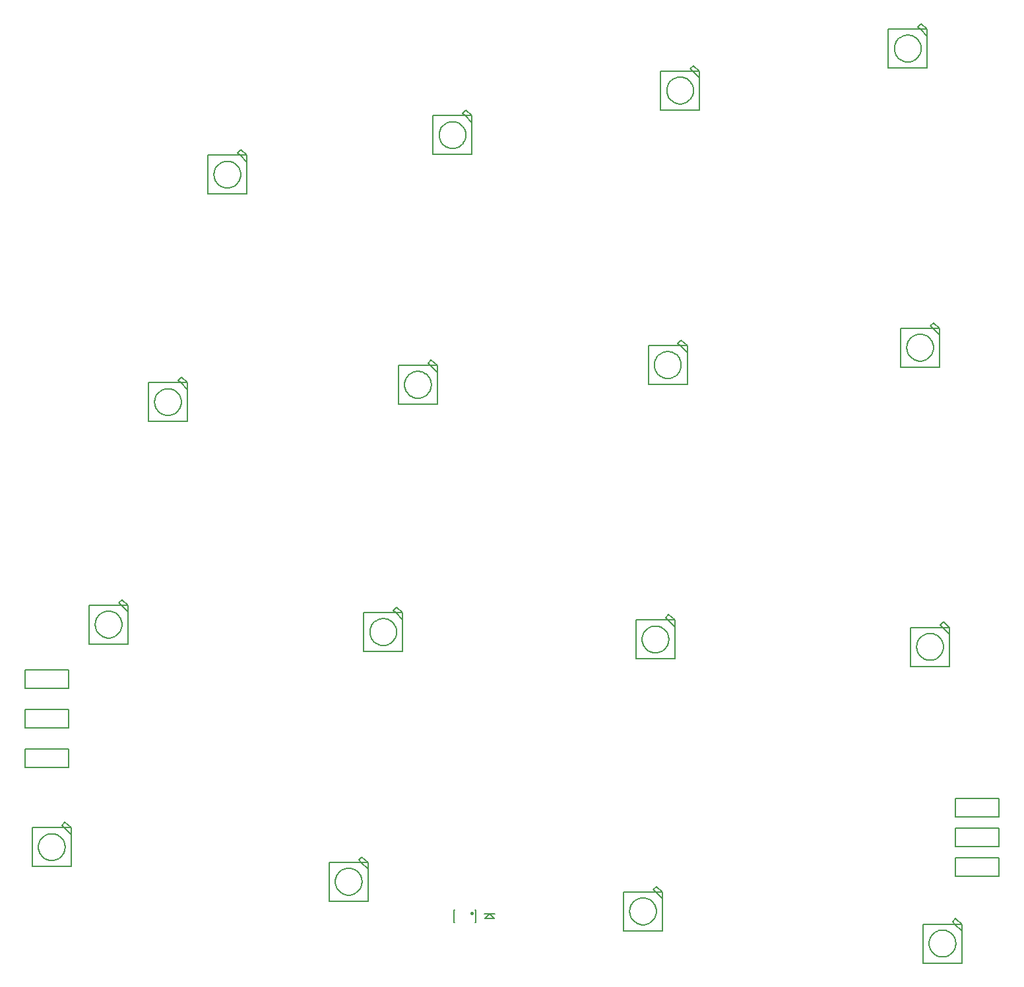
<source format=gbo>
G75*
G70*
%OFA0B0*%
%FSLAX24Y24*%
%IPPOS*%
%LPD*%
%AMOC8*
5,1,8,0,0,1.08239X$1,22.5*
%
%ADD10C,0.0050*%
%ADD11C,0.0060*%
%ADD12C,0.0080*%
%ADD13C,0.0120*%
D10*
X007416Y011666D02*
X007416Y013634D01*
X009030Y013634D01*
X008912Y013752D01*
X009069Y013910D01*
X009384Y013634D01*
X009030Y013634D01*
X009384Y013280D01*
X009384Y013634D01*
X009384Y013280D02*
X009384Y011666D01*
X007416Y011666D01*
X007723Y012650D02*
X007725Y012702D01*
X007731Y012753D01*
X007741Y012804D01*
X007755Y012854D01*
X007772Y012903D01*
X007793Y012950D01*
X007818Y012996D01*
X007846Y013039D01*
X007878Y013081D01*
X007912Y013119D01*
X007950Y013155D01*
X007990Y013188D01*
X008032Y013218D01*
X008077Y013245D01*
X008123Y013268D01*
X008171Y013287D01*
X008221Y013303D01*
X008271Y013315D01*
X008322Y013323D01*
X008374Y013327D01*
X008426Y013327D01*
X008478Y013323D01*
X008529Y013315D01*
X008579Y013303D01*
X008629Y013287D01*
X008677Y013268D01*
X008723Y013245D01*
X008768Y013218D01*
X008810Y013188D01*
X008850Y013155D01*
X008888Y013119D01*
X008922Y013081D01*
X008954Y013039D01*
X008982Y012996D01*
X009007Y012950D01*
X009028Y012903D01*
X009045Y012854D01*
X009059Y012804D01*
X009069Y012753D01*
X009075Y012702D01*
X009077Y012650D01*
X009075Y012598D01*
X009069Y012547D01*
X009059Y012496D01*
X009045Y012446D01*
X009028Y012397D01*
X009007Y012350D01*
X008982Y012304D01*
X008954Y012261D01*
X008922Y012219D01*
X008888Y012181D01*
X008850Y012145D01*
X008810Y012112D01*
X008768Y012082D01*
X008723Y012055D01*
X008677Y012032D01*
X008629Y012013D01*
X008579Y011997D01*
X008529Y011985D01*
X008478Y011977D01*
X008426Y011973D01*
X008374Y011973D01*
X008322Y011977D01*
X008271Y011985D01*
X008221Y011997D01*
X008171Y012013D01*
X008123Y012032D01*
X008077Y012055D01*
X008032Y012082D01*
X007990Y012112D01*
X007950Y012145D01*
X007912Y012181D01*
X007878Y012219D01*
X007846Y012261D01*
X007818Y012304D01*
X007793Y012350D01*
X007772Y012397D01*
X007755Y012446D01*
X007741Y012496D01*
X007731Y012547D01*
X007725Y012598D01*
X007723Y012650D01*
X010291Y022916D02*
X010291Y024884D01*
X011905Y024884D01*
X011787Y025002D01*
X011944Y025160D01*
X012259Y024884D01*
X011905Y024884D01*
X012259Y024530D01*
X012259Y024884D01*
X012259Y024530D02*
X012259Y022916D01*
X010291Y022916D01*
X010598Y023900D02*
X010600Y023952D01*
X010606Y024003D01*
X010616Y024054D01*
X010630Y024104D01*
X010647Y024153D01*
X010668Y024200D01*
X010693Y024246D01*
X010721Y024289D01*
X010753Y024331D01*
X010787Y024369D01*
X010825Y024405D01*
X010865Y024438D01*
X010907Y024468D01*
X010952Y024495D01*
X010998Y024518D01*
X011046Y024537D01*
X011096Y024553D01*
X011146Y024565D01*
X011197Y024573D01*
X011249Y024577D01*
X011301Y024577D01*
X011353Y024573D01*
X011404Y024565D01*
X011454Y024553D01*
X011504Y024537D01*
X011552Y024518D01*
X011598Y024495D01*
X011643Y024468D01*
X011685Y024438D01*
X011725Y024405D01*
X011763Y024369D01*
X011797Y024331D01*
X011829Y024289D01*
X011857Y024246D01*
X011882Y024200D01*
X011903Y024153D01*
X011920Y024104D01*
X011934Y024054D01*
X011944Y024003D01*
X011950Y023952D01*
X011952Y023900D01*
X011950Y023848D01*
X011944Y023797D01*
X011934Y023746D01*
X011920Y023696D01*
X011903Y023647D01*
X011882Y023600D01*
X011857Y023554D01*
X011829Y023511D01*
X011797Y023469D01*
X011763Y023431D01*
X011725Y023395D01*
X011685Y023362D01*
X011643Y023332D01*
X011598Y023305D01*
X011552Y023282D01*
X011504Y023263D01*
X011454Y023247D01*
X011404Y023235D01*
X011353Y023227D01*
X011301Y023223D01*
X011249Y023223D01*
X011197Y023227D01*
X011146Y023235D01*
X011096Y023247D01*
X011046Y023263D01*
X010998Y023282D01*
X010952Y023305D01*
X010907Y023332D01*
X010865Y023362D01*
X010825Y023395D01*
X010787Y023431D01*
X010753Y023469D01*
X010721Y023511D01*
X010693Y023554D01*
X010668Y023600D01*
X010647Y023647D01*
X010630Y023696D01*
X010616Y023746D01*
X010606Y023797D01*
X010600Y023848D01*
X010598Y023900D01*
X013291Y034166D02*
X013291Y036134D01*
X014905Y036134D01*
X014787Y036252D01*
X014944Y036410D01*
X015259Y036134D01*
X014905Y036134D01*
X015259Y035780D01*
X015259Y036134D01*
X015259Y035780D02*
X015259Y034166D01*
X013291Y034166D01*
X013598Y035150D02*
X013600Y035202D01*
X013606Y035253D01*
X013616Y035304D01*
X013630Y035354D01*
X013647Y035403D01*
X013668Y035450D01*
X013693Y035496D01*
X013721Y035539D01*
X013753Y035581D01*
X013787Y035619D01*
X013825Y035655D01*
X013865Y035688D01*
X013907Y035718D01*
X013952Y035745D01*
X013998Y035768D01*
X014046Y035787D01*
X014096Y035803D01*
X014146Y035815D01*
X014197Y035823D01*
X014249Y035827D01*
X014301Y035827D01*
X014353Y035823D01*
X014404Y035815D01*
X014454Y035803D01*
X014504Y035787D01*
X014552Y035768D01*
X014598Y035745D01*
X014643Y035718D01*
X014685Y035688D01*
X014725Y035655D01*
X014763Y035619D01*
X014797Y035581D01*
X014829Y035539D01*
X014857Y035496D01*
X014882Y035450D01*
X014903Y035403D01*
X014920Y035354D01*
X014934Y035304D01*
X014944Y035253D01*
X014950Y035202D01*
X014952Y035150D01*
X014950Y035098D01*
X014944Y035047D01*
X014934Y034996D01*
X014920Y034946D01*
X014903Y034897D01*
X014882Y034850D01*
X014857Y034804D01*
X014829Y034761D01*
X014797Y034719D01*
X014763Y034681D01*
X014725Y034645D01*
X014685Y034612D01*
X014643Y034582D01*
X014598Y034555D01*
X014552Y034532D01*
X014504Y034513D01*
X014454Y034497D01*
X014404Y034485D01*
X014353Y034477D01*
X014301Y034473D01*
X014249Y034473D01*
X014197Y034477D01*
X014146Y034485D01*
X014096Y034497D01*
X014046Y034513D01*
X013998Y034532D01*
X013952Y034555D01*
X013907Y034582D01*
X013865Y034612D01*
X013825Y034645D01*
X013787Y034681D01*
X013753Y034719D01*
X013721Y034761D01*
X013693Y034804D01*
X013668Y034850D01*
X013647Y034897D01*
X013630Y034946D01*
X013616Y034996D01*
X013606Y035047D01*
X013600Y035098D01*
X013598Y035150D01*
X016291Y045666D02*
X016291Y047634D01*
X017905Y047634D01*
X017787Y047752D01*
X017944Y047910D01*
X018259Y047634D01*
X017905Y047634D01*
X018259Y047280D01*
X018259Y047634D01*
X018259Y047280D02*
X018259Y045666D01*
X016291Y045666D01*
X016598Y046650D02*
X016600Y046702D01*
X016606Y046753D01*
X016616Y046804D01*
X016630Y046854D01*
X016647Y046903D01*
X016668Y046950D01*
X016693Y046996D01*
X016721Y047039D01*
X016753Y047081D01*
X016787Y047119D01*
X016825Y047155D01*
X016865Y047188D01*
X016907Y047218D01*
X016952Y047245D01*
X016998Y047268D01*
X017046Y047287D01*
X017096Y047303D01*
X017146Y047315D01*
X017197Y047323D01*
X017249Y047327D01*
X017301Y047327D01*
X017353Y047323D01*
X017404Y047315D01*
X017454Y047303D01*
X017504Y047287D01*
X017552Y047268D01*
X017598Y047245D01*
X017643Y047218D01*
X017685Y047188D01*
X017725Y047155D01*
X017763Y047119D01*
X017797Y047081D01*
X017829Y047039D01*
X017857Y046996D01*
X017882Y046950D01*
X017903Y046903D01*
X017920Y046854D01*
X017934Y046804D01*
X017944Y046753D01*
X017950Y046702D01*
X017952Y046650D01*
X017950Y046598D01*
X017944Y046547D01*
X017934Y046496D01*
X017920Y046446D01*
X017903Y046397D01*
X017882Y046350D01*
X017857Y046304D01*
X017829Y046261D01*
X017797Y046219D01*
X017763Y046181D01*
X017725Y046145D01*
X017685Y046112D01*
X017643Y046082D01*
X017598Y046055D01*
X017552Y046032D01*
X017504Y046013D01*
X017454Y045997D01*
X017404Y045985D01*
X017353Y045977D01*
X017301Y045973D01*
X017249Y045973D01*
X017197Y045977D01*
X017146Y045985D01*
X017096Y045997D01*
X017046Y046013D01*
X016998Y046032D01*
X016952Y046055D01*
X016907Y046082D01*
X016865Y046112D01*
X016825Y046145D01*
X016787Y046181D01*
X016753Y046219D01*
X016721Y046261D01*
X016693Y046304D01*
X016668Y046350D01*
X016647Y046397D01*
X016630Y046446D01*
X016616Y046496D01*
X016606Y046547D01*
X016600Y046598D01*
X016598Y046650D01*
X025916Y037009D02*
X025916Y035041D01*
X027884Y035041D01*
X027884Y036655D01*
X027530Y037009D01*
X027412Y037127D01*
X027569Y037285D01*
X027884Y037009D01*
X027530Y037009D01*
X025916Y037009D01*
X026223Y036025D02*
X026225Y036077D01*
X026231Y036128D01*
X026241Y036179D01*
X026255Y036229D01*
X026272Y036278D01*
X026293Y036325D01*
X026318Y036371D01*
X026346Y036414D01*
X026378Y036456D01*
X026412Y036494D01*
X026450Y036530D01*
X026490Y036563D01*
X026532Y036593D01*
X026577Y036620D01*
X026623Y036643D01*
X026671Y036662D01*
X026721Y036678D01*
X026771Y036690D01*
X026822Y036698D01*
X026874Y036702D01*
X026926Y036702D01*
X026978Y036698D01*
X027029Y036690D01*
X027079Y036678D01*
X027129Y036662D01*
X027177Y036643D01*
X027223Y036620D01*
X027268Y036593D01*
X027310Y036563D01*
X027350Y036530D01*
X027388Y036494D01*
X027422Y036456D01*
X027454Y036414D01*
X027482Y036371D01*
X027507Y036325D01*
X027528Y036278D01*
X027545Y036229D01*
X027559Y036179D01*
X027569Y036128D01*
X027575Y036077D01*
X027577Y036025D01*
X027575Y035973D01*
X027569Y035922D01*
X027559Y035871D01*
X027545Y035821D01*
X027528Y035772D01*
X027507Y035725D01*
X027482Y035679D01*
X027454Y035636D01*
X027422Y035594D01*
X027388Y035556D01*
X027350Y035520D01*
X027310Y035487D01*
X027268Y035457D01*
X027223Y035430D01*
X027177Y035407D01*
X027129Y035388D01*
X027079Y035372D01*
X027029Y035360D01*
X026978Y035352D01*
X026926Y035348D01*
X026874Y035348D01*
X026822Y035352D01*
X026771Y035360D01*
X026721Y035372D01*
X026671Y035388D01*
X026623Y035407D01*
X026577Y035430D01*
X026532Y035457D01*
X026490Y035487D01*
X026450Y035520D01*
X026412Y035556D01*
X026378Y035594D01*
X026346Y035636D01*
X026318Y035679D01*
X026293Y035725D01*
X026272Y035772D01*
X026255Y035821D01*
X026241Y035871D01*
X026231Y035922D01*
X026225Y035973D01*
X026223Y036025D01*
X027884Y036655D02*
X027884Y037009D01*
X038541Y036041D02*
X038541Y038009D01*
X040155Y038009D01*
X040037Y038127D01*
X040194Y038285D01*
X040509Y038009D01*
X040155Y038009D01*
X040509Y037655D01*
X040509Y038009D01*
X040509Y037655D02*
X040509Y036041D01*
X038541Y036041D01*
X038848Y037025D02*
X038850Y037077D01*
X038856Y037128D01*
X038866Y037179D01*
X038880Y037229D01*
X038897Y037278D01*
X038918Y037325D01*
X038943Y037371D01*
X038971Y037414D01*
X039003Y037456D01*
X039037Y037494D01*
X039075Y037530D01*
X039115Y037563D01*
X039157Y037593D01*
X039202Y037620D01*
X039248Y037643D01*
X039296Y037662D01*
X039346Y037678D01*
X039396Y037690D01*
X039447Y037698D01*
X039499Y037702D01*
X039551Y037702D01*
X039603Y037698D01*
X039654Y037690D01*
X039704Y037678D01*
X039754Y037662D01*
X039802Y037643D01*
X039848Y037620D01*
X039893Y037593D01*
X039935Y037563D01*
X039975Y037530D01*
X040013Y037494D01*
X040047Y037456D01*
X040079Y037414D01*
X040107Y037371D01*
X040132Y037325D01*
X040153Y037278D01*
X040170Y037229D01*
X040184Y037179D01*
X040194Y037128D01*
X040200Y037077D01*
X040202Y037025D01*
X040200Y036973D01*
X040194Y036922D01*
X040184Y036871D01*
X040170Y036821D01*
X040153Y036772D01*
X040132Y036725D01*
X040107Y036679D01*
X040079Y036636D01*
X040047Y036594D01*
X040013Y036556D01*
X039975Y036520D01*
X039935Y036487D01*
X039893Y036457D01*
X039848Y036430D01*
X039802Y036407D01*
X039754Y036388D01*
X039704Y036372D01*
X039654Y036360D01*
X039603Y036352D01*
X039551Y036348D01*
X039499Y036348D01*
X039447Y036352D01*
X039396Y036360D01*
X039346Y036372D01*
X039296Y036388D01*
X039248Y036407D01*
X039202Y036430D01*
X039157Y036457D01*
X039115Y036487D01*
X039075Y036520D01*
X039037Y036556D01*
X039003Y036594D01*
X038971Y036636D01*
X038943Y036679D01*
X038918Y036725D01*
X038897Y036772D01*
X038880Y036821D01*
X038866Y036871D01*
X038856Y036922D01*
X038850Y036973D01*
X038848Y037025D01*
X029634Y047666D02*
X027666Y047666D01*
X027666Y049634D01*
X029280Y049634D01*
X029162Y049752D01*
X029319Y049910D01*
X029634Y049634D01*
X029280Y049634D01*
X029634Y049280D01*
X029634Y049634D01*
X029634Y049280D02*
X029634Y047666D01*
X027973Y048650D02*
X027975Y048702D01*
X027981Y048753D01*
X027991Y048804D01*
X028005Y048854D01*
X028022Y048903D01*
X028043Y048950D01*
X028068Y048996D01*
X028096Y049039D01*
X028128Y049081D01*
X028162Y049119D01*
X028200Y049155D01*
X028240Y049188D01*
X028282Y049218D01*
X028327Y049245D01*
X028373Y049268D01*
X028421Y049287D01*
X028471Y049303D01*
X028521Y049315D01*
X028572Y049323D01*
X028624Y049327D01*
X028676Y049327D01*
X028728Y049323D01*
X028779Y049315D01*
X028829Y049303D01*
X028879Y049287D01*
X028927Y049268D01*
X028973Y049245D01*
X029018Y049218D01*
X029060Y049188D01*
X029100Y049155D01*
X029138Y049119D01*
X029172Y049081D01*
X029204Y049039D01*
X029232Y048996D01*
X029257Y048950D01*
X029278Y048903D01*
X029295Y048854D01*
X029309Y048804D01*
X029319Y048753D01*
X029325Y048702D01*
X029327Y048650D01*
X029325Y048598D01*
X029319Y048547D01*
X029309Y048496D01*
X029295Y048446D01*
X029278Y048397D01*
X029257Y048350D01*
X029232Y048304D01*
X029204Y048261D01*
X029172Y048219D01*
X029138Y048181D01*
X029100Y048145D01*
X029060Y048112D01*
X029018Y048082D01*
X028973Y048055D01*
X028927Y048032D01*
X028879Y048013D01*
X028829Y047997D01*
X028779Y047985D01*
X028728Y047977D01*
X028676Y047973D01*
X028624Y047973D01*
X028572Y047977D01*
X028521Y047985D01*
X028471Y047997D01*
X028421Y048013D01*
X028373Y048032D01*
X028327Y048055D01*
X028282Y048082D01*
X028240Y048112D01*
X028200Y048145D01*
X028162Y048181D01*
X028128Y048219D01*
X028096Y048261D01*
X028068Y048304D01*
X028043Y048350D01*
X028022Y048397D01*
X028005Y048446D01*
X027991Y048496D01*
X027981Y048547D01*
X027975Y048598D01*
X027973Y048650D01*
X039166Y049916D02*
X039166Y051884D01*
X040780Y051884D01*
X040662Y052002D01*
X040819Y052160D01*
X041134Y051884D01*
X040780Y051884D01*
X041134Y051530D01*
X041134Y051884D01*
X041134Y051530D02*
X041134Y049916D01*
X039166Y049916D01*
X039473Y050900D02*
X039475Y050952D01*
X039481Y051003D01*
X039491Y051054D01*
X039505Y051104D01*
X039522Y051153D01*
X039543Y051200D01*
X039568Y051246D01*
X039596Y051289D01*
X039628Y051331D01*
X039662Y051369D01*
X039700Y051405D01*
X039740Y051438D01*
X039782Y051468D01*
X039827Y051495D01*
X039873Y051518D01*
X039921Y051537D01*
X039971Y051553D01*
X040021Y051565D01*
X040072Y051573D01*
X040124Y051577D01*
X040176Y051577D01*
X040228Y051573D01*
X040279Y051565D01*
X040329Y051553D01*
X040379Y051537D01*
X040427Y051518D01*
X040473Y051495D01*
X040518Y051468D01*
X040560Y051438D01*
X040600Y051405D01*
X040638Y051369D01*
X040672Y051331D01*
X040704Y051289D01*
X040732Y051246D01*
X040757Y051200D01*
X040778Y051153D01*
X040795Y051104D01*
X040809Y051054D01*
X040819Y051003D01*
X040825Y050952D01*
X040827Y050900D01*
X040825Y050848D01*
X040819Y050797D01*
X040809Y050746D01*
X040795Y050696D01*
X040778Y050647D01*
X040757Y050600D01*
X040732Y050554D01*
X040704Y050511D01*
X040672Y050469D01*
X040638Y050431D01*
X040600Y050395D01*
X040560Y050362D01*
X040518Y050332D01*
X040473Y050305D01*
X040427Y050282D01*
X040379Y050263D01*
X040329Y050247D01*
X040279Y050235D01*
X040228Y050227D01*
X040176Y050223D01*
X040124Y050223D01*
X040072Y050227D01*
X040021Y050235D01*
X039971Y050247D01*
X039921Y050263D01*
X039873Y050282D01*
X039827Y050305D01*
X039782Y050332D01*
X039740Y050362D01*
X039700Y050395D01*
X039662Y050431D01*
X039628Y050469D01*
X039596Y050511D01*
X039568Y050554D01*
X039543Y050600D01*
X039522Y050647D01*
X039505Y050696D01*
X039491Y050746D01*
X039481Y050797D01*
X039475Y050848D01*
X039473Y050900D01*
X050666Y052041D02*
X050666Y054009D01*
X052280Y054009D01*
X052162Y054127D01*
X052319Y054285D01*
X052634Y054009D01*
X052280Y054009D01*
X052634Y053655D01*
X052634Y054009D01*
X052634Y053655D02*
X052634Y052041D01*
X050666Y052041D01*
X050973Y053025D02*
X050975Y053077D01*
X050981Y053128D01*
X050991Y053179D01*
X051005Y053229D01*
X051022Y053278D01*
X051043Y053325D01*
X051068Y053371D01*
X051096Y053414D01*
X051128Y053456D01*
X051162Y053494D01*
X051200Y053530D01*
X051240Y053563D01*
X051282Y053593D01*
X051327Y053620D01*
X051373Y053643D01*
X051421Y053662D01*
X051471Y053678D01*
X051521Y053690D01*
X051572Y053698D01*
X051624Y053702D01*
X051676Y053702D01*
X051728Y053698D01*
X051779Y053690D01*
X051829Y053678D01*
X051879Y053662D01*
X051927Y053643D01*
X051973Y053620D01*
X052018Y053593D01*
X052060Y053563D01*
X052100Y053530D01*
X052138Y053494D01*
X052172Y053456D01*
X052204Y053414D01*
X052232Y053371D01*
X052257Y053325D01*
X052278Y053278D01*
X052295Y053229D01*
X052309Y053179D01*
X052319Y053128D01*
X052325Y053077D01*
X052327Y053025D01*
X052325Y052973D01*
X052319Y052922D01*
X052309Y052871D01*
X052295Y052821D01*
X052278Y052772D01*
X052257Y052725D01*
X052232Y052679D01*
X052204Y052636D01*
X052172Y052594D01*
X052138Y052556D01*
X052100Y052520D01*
X052060Y052487D01*
X052018Y052457D01*
X051973Y052430D01*
X051927Y052407D01*
X051879Y052388D01*
X051829Y052372D01*
X051779Y052360D01*
X051728Y052352D01*
X051676Y052348D01*
X051624Y052348D01*
X051572Y052352D01*
X051521Y052360D01*
X051471Y052372D01*
X051421Y052388D01*
X051373Y052407D01*
X051327Y052430D01*
X051282Y052457D01*
X051240Y052487D01*
X051200Y052520D01*
X051162Y052556D01*
X051128Y052594D01*
X051096Y052636D01*
X051068Y052679D01*
X051043Y052725D01*
X051022Y052772D01*
X051005Y052821D01*
X050991Y052871D01*
X050981Y052922D01*
X050975Y052973D01*
X050973Y053025D01*
X052944Y039160D02*
X053259Y038884D01*
X052905Y038884D01*
X052787Y039002D01*
X052944Y039160D01*
X052905Y038884D02*
X053259Y038530D01*
X053259Y038884D01*
X053259Y038530D02*
X053259Y036916D01*
X051291Y036916D01*
X051291Y038884D01*
X052905Y038884D01*
X051598Y037900D02*
X051600Y037952D01*
X051606Y038003D01*
X051616Y038054D01*
X051630Y038104D01*
X051647Y038153D01*
X051668Y038200D01*
X051693Y038246D01*
X051721Y038289D01*
X051753Y038331D01*
X051787Y038369D01*
X051825Y038405D01*
X051865Y038438D01*
X051907Y038468D01*
X051952Y038495D01*
X051998Y038518D01*
X052046Y038537D01*
X052096Y038553D01*
X052146Y038565D01*
X052197Y038573D01*
X052249Y038577D01*
X052301Y038577D01*
X052353Y038573D01*
X052404Y038565D01*
X052454Y038553D01*
X052504Y038537D01*
X052552Y038518D01*
X052598Y038495D01*
X052643Y038468D01*
X052685Y038438D01*
X052725Y038405D01*
X052763Y038369D01*
X052797Y038331D01*
X052829Y038289D01*
X052857Y038246D01*
X052882Y038200D01*
X052903Y038153D01*
X052920Y038104D01*
X052934Y038054D01*
X052944Y038003D01*
X052950Y037952D01*
X052952Y037900D01*
X052950Y037848D01*
X052944Y037797D01*
X052934Y037746D01*
X052920Y037696D01*
X052903Y037647D01*
X052882Y037600D01*
X052857Y037554D01*
X052829Y037511D01*
X052797Y037469D01*
X052763Y037431D01*
X052725Y037395D01*
X052685Y037362D01*
X052643Y037332D01*
X052598Y037305D01*
X052552Y037282D01*
X052504Y037263D01*
X052454Y037247D01*
X052404Y037235D01*
X052353Y037227D01*
X052301Y037223D01*
X052249Y037223D01*
X052197Y037227D01*
X052146Y037235D01*
X052096Y037247D01*
X052046Y037263D01*
X051998Y037282D01*
X051952Y037305D01*
X051907Y037332D01*
X051865Y037362D01*
X051825Y037395D01*
X051787Y037431D01*
X051753Y037469D01*
X051721Y037511D01*
X051693Y037554D01*
X051668Y037600D01*
X051647Y037647D01*
X051630Y037696D01*
X051616Y037746D01*
X051606Y037797D01*
X051600Y037848D01*
X051598Y037900D01*
X039569Y024410D02*
X039884Y024134D01*
X039530Y024134D01*
X039412Y024252D01*
X039569Y024410D01*
X039530Y024134D02*
X039884Y023780D01*
X039884Y024134D01*
X039884Y023780D02*
X039884Y022166D01*
X037916Y022166D01*
X037916Y024134D01*
X039530Y024134D01*
X038223Y023150D02*
X038225Y023202D01*
X038231Y023253D01*
X038241Y023304D01*
X038255Y023354D01*
X038272Y023403D01*
X038293Y023450D01*
X038318Y023496D01*
X038346Y023539D01*
X038378Y023581D01*
X038412Y023619D01*
X038450Y023655D01*
X038490Y023688D01*
X038532Y023718D01*
X038577Y023745D01*
X038623Y023768D01*
X038671Y023787D01*
X038721Y023803D01*
X038771Y023815D01*
X038822Y023823D01*
X038874Y023827D01*
X038926Y023827D01*
X038978Y023823D01*
X039029Y023815D01*
X039079Y023803D01*
X039129Y023787D01*
X039177Y023768D01*
X039223Y023745D01*
X039268Y023718D01*
X039310Y023688D01*
X039350Y023655D01*
X039388Y023619D01*
X039422Y023581D01*
X039454Y023539D01*
X039482Y023496D01*
X039507Y023450D01*
X039528Y023403D01*
X039545Y023354D01*
X039559Y023304D01*
X039569Y023253D01*
X039575Y023202D01*
X039577Y023150D01*
X039575Y023098D01*
X039569Y023047D01*
X039559Y022996D01*
X039545Y022946D01*
X039528Y022897D01*
X039507Y022850D01*
X039482Y022804D01*
X039454Y022761D01*
X039422Y022719D01*
X039388Y022681D01*
X039350Y022645D01*
X039310Y022612D01*
X039268Y022582D01*
X039223Y022555D01*
X039177Y022532D01*
X039129Y022513D01*
X039079Y022497D01*
X039029Y022485D01*
X038978Y022477D01*
X038926Y022473D01*
X038874Y022473D01*
X038822Y022477D01*
X038771Y022485D01*
X038721Y022497D01*
X038671Y022513D01*
X038623Y022532D01*
X038577Y022555D01*
X038532Y022582D01*
X038490Y022612D01*
X038450Y022645D01*
X038412Y022681D01*
X038378Y022719D01*
X038346Y022761D01*
X038318Y022804D01*
X038293Y022850D01*
X038272Y022897D01*
X038255Y022946D01*
X038241Y022996D01*
X038231Y023047D01*
X038225Y023098D01*
X038223Y023150D01*
X026134Y022541D02*
X026134Y024155D01*
X025780Y024509D01*
X025662Y024627D01*
X025819Y024785D01*
X026134Y024509D01*
X025780Y024509D01*
X024166Y024509D01*
X024166Y022541D01*
X026134Y022541D01*
X024473Y023525D02*
X024475Y023577D01*
X024481Y023628D01*
X024491Y023679D01*
X024505Y023729D01*
X024522Y023778D01*
X024543Y023825D01*
X024568Y023871D01*
X024596Y023914D01*
X024628Y023956D01*
X024662Y023994D01*
X024700Y024030D01*
X024740Y024063D01*
X024782Y024093D01*
X024827Y024120D01*
X024873Y024143D01*
X024921Y024162D01*
X024971Y024178D01*
X025021Y024190D01*
X025072Y024198D01*
X025124Y024202D01*
X025176Y024202D01*
X025228Y024198D01*
X025279Y024190D01*
X025329Y024178D01*
X025379Y024162D01*
X025427Y024143D01*
X025473Y024120D01*
X025518Y024093D01*
X025560Y024063D01*
X025600Y024030D01*
X025638Y023994D01*
X025672Y023956D01*
X025704Y023914D01*
X025732Y023871D01*
X025757Y023825D01*
X025778Y023778D01*
X025795Y023729D01*
X025809Y023679D01*
X025819Y023628D01*
X025825Y023577D01*
X025827Y023525D01*
X025825Y023473D01*
X025819Y023422D01*
X025809Y023371D01*
X025795Y023321D01*
X025778Y023272D01*
X025757Y023225D01*
X025732Y023179D01*
X025704Y023136D01*
X025672Y023094D01*
X025638Y023056D01*
X025600Y023020D01*
X025560Y022987D01*
X025518Y022957D01*
X025473Y022930D01*
X025427Y022907D01*
X025379Y022888D01*
X025329Y022872D01*
X025279Y022860D01*
X025228Y022852D01*
X025176Y022848D01*
X025124Y022848D01*
X025072Y022852D01*
X025021Y022860D01*
X024971Y022872D01*
X024921Y022888D01*
X024873Y022907D01*
X024827Y022930D01*
X024782Y022957D01*
X024740Y022987D01*
X024700Y023020D01*
X024662Y023056D01*
X024628Y023094D01*
X024596Y023136D01*
X024568Y023179D01*
X024543Y023225D01*
X024522Y023272D01*
X024505Y023321D01*
X024491Y023371D01*
X024481Y023422D01*
X024475Y023473D01*
X024473Y023525D01*
X026134Y024155D02*
X026134Y024509D01*
X024069Y012160D02*
X024384Y011884D01*
X024030Y011884D01*
X023912Y012002D01*
X024069Y012160D01*
X024030Y011884D02*
X024384Y011530D01*
X024384Y011884D01*
X024384Y011530D02*
X024384Y009916D01*
X022416Y009916D01*
X022416Y011884D01*
X024030Y011884D01*
X022723Y010900D02*
X022725Y010952D01*
X022731Y011003D01*
X022741Y011054D01*
X022755Y011104D01*
X022772Y011153D01*
X022793Y011200D01*
X022818Y011246D01*
X022846Y011289D01*
X022878Y011331D01*
X022912Y011369D01*
X022950Y011405D01*
X022990Y011438D01*
X023032Y011468D01*
X023077Y011495D01*
X023123Y011518D01*
X023171Y011537D01*
X023221Y011553D01*
X023271Y011565D01*
X023322Y011573D01*
X023374Y011577D01*
X023426Y011577D01*
X023478Y011573D01*
X023529Y011565D01*
X023579Y011553D01*
X023629Y011537D01*
X023677Y011518D01*
X023723Y011495D01*
X023768Y011468D01*
X023810Y011438D01*
X023850Y011405D01*
X023888Y011369D01*
X023922Y011331D01*
X023954Y011289D01*
X023982Y011246D01*
X024007Y011200D01*
X024028Y011153D01*
X024045Y011104D01*
X024059Y011054D01*
X024069Y011003D01*
X024075Y010952D01*
X024077Y010900D01*
X024075Y010848D01*
X024069Y010797D01*
X024059Y010746D01*
X024045Y010696D01*
X024028Y010647D01*
X024007Y010600D01*
X023982Y010554D01*
X023954Y010511D01*
X023922Y010469D01*
X023888Y010431D01*
X023850Y010395D01*
X023810Y010362D01*
X023768Y010332D01*
X023723Y010305D01*
X023677Y010282D01*
X023629Y010263D01*
X023579Y010247D01*
X023529Y010235D01*
X023478Y010227D01*
X023426Y010223D01*
X023374Y010223D01*
X023322Y010227D01*
X023271Y010235D01*
X023221Y010247D01*
X023171Y010263D01*
X023123Y010282D01*
X023077Y010305D01*
X023032Y010332D01*
X022990Y010362D01*
X022950Y010395D01*
X022912Y010431D01*
X022878Y010469D01*
X022846Y010511D01*
X022818Y010554D01*
X022793Y010600D01*
X022772Y010647D01*
X022755Y010696D01*
X022741Y010746D01*
X022731Y010797D01*
X022725Y010848D01*
X022723Y010900D01*
X037291Y010384D02*
X037291Y008416D01*
X039259Y008416D01*
X039259Y010030D01*
X038905Y010384D01*
X038787Y010502D01*
X038944Y010660D01*
X039259Y010384D01*
X038905Y010384D01*
X037291Y010384D01*
X037598Y009400D02*
X037600Y009452D01*
X037606Y009503D01*
X037616Y009554D01*
X037630Y009604D01*
X037647Y009653D01*
X037668Y009700D01*
X037693Y009746D01*
X037721Y009789D01*
X037753Y009831D01*
X037787Y009869D01*
X037825Y009905D01*
X037865Y009938D01*
X037907Y009968D01*
X037952Y009995D01*
X037998Y010018D01*
X038046Y010037D01*
X038096Y010053D01*
X038146Y010065D01*
X038197Y010073D01*
X038249Y010077D01*
X038301Y010077D01*
X038353Y010073D01*
X038404Y010065D01*
X038454Y010053D01*
X038504Y010037D01*
X038552Y010018D01*
X038598Y009995D01*
X038643Y009968D01*
X038685Y009938D01*
X038725Y009905D01*
X038763Y009869D01*
X038797Y009831D01*
X038829Y009789D01*
X038857Y009746D01*
X038882Y009700D01*
X038903Y009653D01*
X038920Y009604D01*
X038934Y009554D01*
X038944Y009503D01*
X038950Y009452D01*
X038952Y009400D01*
X038950Y009348D01*
X038944Y009297D01*
X038934Y009246D01*
X038920Y009196D01*
X038903Y009147D01*
X038882Y009100D01*
X038857Y009054D01*
X038829Y009011D01*
X038797Y008969D01*
X038763Y008931D01*
X038725Y008895D01*
X038685Y008862D01*
X038643Y008832D01*
X038598Y008805D01*
X038552Y008782D01*
X038504Y008763D01*
X038454Y008747D01*
X038404Y008735D01*
X038353Y008727D01*
X038301Y008723D01*
X038249Y008723D01*
X038197Y008727D01*
X038146Y008735D01*
X038096Y008747D01*
X038046Y008763D01*
X037998Y008782D01*
X037952Y008805D01*
X037907Y008832D01*
X037865Y008862D01*
X037825Y008895D01*
X037787Y008931D01*
X037753Y008969D01*
X037721Y009011D01*
X037693Y009054D01*
X037668Y009100D01*
X037647Y009147D01*
X037630Y009196D01*
X037616Y009246D01*
X037606Y009297D01*
X037600Y009348D01*
X037598Y009400D01*
X039259Y010030D02*
X039259Y010384D01*
X051791Y021791D02*
X051791Y023759D01*
X053405Y023759D01*
X053287Y023877D01*
X053444Y024035D01*
X053759Y023759D01*
X053405Y023759D01*
X053759Y023405D01*
X053759Y023759D01*
X053759Y023405D02*
X053759Y021791D01*
X051791Y021791D01*
X052098Y022775D02*
X052100Y022827D01*
X052106Y022878D01*
X052116Y022929D01*
X052130Y022979D01*
X052147Y023028D01*
X052168Y023075D01*
X052193Y023121D01*
X052221Y023164D01*
X052253Y023206D01*
X052287Y023244D01*
X052325Y023280D01*
X052365Y023313D01*
X052407Y023343D01*
X052452Y023370D01*
X052498Y023393D01*
X052546Y023412D01*
X052596Y023428D01*
X052646Y023440D01*
X052697Y023448D01*
X052749Y023452D01*
X052801Y023452D01*
X052853Y023448D01*
X052904Y023440D01*
X052954Y023428D01*
X053004Y023412D01*
X053052Y023393D01*
X053098Y023370D01*
X053143Y023343D01*
X053185Y023313D01*
X053225Y023280D01*
X053263Y023244D01*
X053297Y023206D01*
X053329Y023164D01*
X053357Y023121D01*
X053382Y023075D01*
X053403Y023028D01*
X053420Y022979D01*
X053434Y022929D01*
X053444Y022878D01*
X053450Y022827D01*
X053452Y022775D01*
X053450Y022723D01*
X053444Y022672D01*
X053434Y022621D01*
X053420Y022571D01*
X053403Y022522D01*
X053382Y022475D01*
X053357Y022429D01*
X053329Y022386D01*
X053297Y022344D01*
X053263Y022306D01*
X053225Y022270D01*
X053185Y022237D01*
X053143Y022207D01*
X053098Y022180D01*
X053052Y022157D01*
X053004Y022138D01*
X052954Y022122D01*
X052904Y022110D01*
X052853Y022102D01*
X052801Y022098D01*
X052749Y022098D01*
X052697Y022102D01*
X052646Y022110D01*
X052596Y022122D01*
X052546Y022138D01*
X052498Y022157D01*
X052452Y022180D01*
X052407Y022207D01*
X052365Y022237D01*
X052325Y022270D01*
X052287Y022306D01*
X052253Y022344D01*
X052221Y022386D01*
X052193Y022429D01*
X052168Y022475D01*
X052147Y022522D01*
X052130Y022571D01*
X052116Y022621D01*
X052106Y022672D01*
X052100Y022723D01*
X052098Y022775D01*
X054069Y009035D02*
X054384Y008759D01*
X054030Y008759D01*
X053912Y008877D01*
X054069Y009035D01*
X054030Y008759D02*
X054384Y008405D01*
X054384Y008759D01*
X054384Y008405D02*
X054384Y006791D01*
X052416Y006791D01*
X052416Y008759D01*
X054030Y008759D01*
X052723Y007775D02*
X052725Y007827D01*
X052731Y007878D01*
X052741Y007929D01*
X052755Y007979D01*
X052772Y008028D01*
X052793Y008075D01*
X052818Y008121D01*
X052846Y008164D01*
X052878Y008206D01*
X052912Y008244D01*
X052950Y008280D01*
X052990Y008313D01*
X053032Y008343D01*
X053077Y008370D01*
X053123Y008393D01*
X053171Y008412D01*
X053221Y008428D01*
X053271Y008440D01*
X053322Y008448D01*
X053374Y008452D01*
X053426Y008452D01*
X053478Y008448D01*
X053529Y008440D01*
X053579Y008428D01*
X053629Y008412D01*
X053677Y008393D01*
X053723Y008370D01*
X053768Y008343D01*
X053810Y008313D01*
X053850Y008280D01*
X053888Y008244D01*
X053922Y008206D01*
X053954Y008164D01*
X053982Y008121D01*
X054007Y008075D01*
X054028Y008028D01*
X054045Y007979D01*
X054059Y007929D01*
X054069Y007878D01*
X054075Y007827D01*
X054077Y007775D01*
X054075Y007723D01*
X054069Y007672D01*
X054059Y007621D01*
X054045Y007571D01*
X054028Y007522D01*
X054007Y007475D01*
X053982Y007429D01*
X053954Y007386D01*
X053922Y007344D01*
X053888Y007306D01*
X053850Y007270D01*
X053810Y007237D01*
X053768Y007207D01*
X053723Y007180D01*
X053677Y007157D01*
X053629Y007138D01*
X053579Y007122D01*
X053529Y007110D01*
X053478Y007102D01*
X053426Y007098D01*
X053374Y007098D01*
X053322Y007102D01*
X053271Y007110D01*
X053221Y007122D01*
X053171Y007138D01*
X053123Y007157D01*
X053077Y007180D01*
X053032Y007207D01*
X052990Y007237D01*
X052950Y007270D01*
X052912Y007306D01*
X052878Y007344D01*
X052846Y007386D01*
X052818Y007429D01*
X052793Y007475D01*
X052772Y007522D01*
X052755Y007571D01*
X052741Y007621D01*
X052731Y007672D01*
X052725Y007723D01*
X052723Y007775D01*
D11*
X054050Y011190D02*
X056250Y011190D01*
X056250Y012110D01*
X054050Y012110D01*
X054050Y011190D01*
X054050Y012690D02*
X056250Y012690D01*
X056250Y013610D01*
X054050Y013610D01*
X054050Y012690D01*
X054050Y014190D02*
X056250Y014190D01*
X056250Y015110D01*
X054050Y015110D01*
X054050Y014190D01*
X009250Y016690D02*
X007050Y016690D01*
X007050Y017610D01*
X009250Y017610D01*
X009250Y016690D01*
X009250Y018690D02*
X007050Y018690D01*
X007050Y019610D01*
X009250Y019610D01*
X009250Y018690D01*
X009250Y020690D02*
X007050Y020690D01*
X007050Y021610D01*
X009250Y021610D01*
X009250Y020690D01*
D12*
X028715Y009469D02*
X028715Y008831D01*
X028752Y008831D01*
X028752Y009469D02*
X028715Y009469D01*
X029798Y009469D02*
X029835Y009469D01*
X029835Y008831D01*
X029798Y008831D01*
X030289Y009032D02*
X030525Y009268D01*
X030761Y009032D01*
X030289Y009032D01*
X030249Y009268D02*
X030525Y009268D01*
X030801Y009268D01*
D13*
X029631Y009300D02*
X029633Y009307D01*
X029638Y009312D01*
X029645Y009314D01*
X029652Y009312D01*
X029657Y009307D01*
X029659Y009300D01*
X029657Y009293D01*
X029652Y009288D01*
X029645Y009286D01*
X029638Y009288D01*
X029633Y009293D01*
X029631Y009300D01*
M02*

</source>
